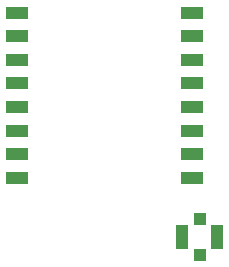
<source format=gtp>
%TF.GenerationSoftware,KiCad,Pcbnew,9.0.5-9.0.5~ubuntu24.04.1*%
%TF.CreationDate,2025-11-05T16:31:41+03:00*%
%TF.ProjectId,Lora-Based pump control circuit,4c6f7261-2d42-4617-9365-642070756d70,1.0*%
%TF.SameCoordinates,Original*%
%TF.FileFunction,Paste,Top*%
%TF.FilePolarity,Positive*%
%FSLAX46Y46*%
G04 Gerber Fmt 4.6, Leading zero omitted, Abs format (unit mm)*
G04 Created by KiCad (PCBNEW 9.0.5-9.0.5~ubuntu24.04.1) date 2025-11-05 16:31:41*
%MOMM*%
%LPD*%
G01*
G04 APERTURE LIST*
%ADD10R,1.950000X1.050000*%
%ADD11R,1.000000X1.000000*%
%ADD12R,1.050000X2.000000*%
G04 APERTURE END LIST*
D10*
%TO.C,U1*%
X151750000Y-91500000D03*
X151750000Y-93500000D03*
X151750000Y-95500000D03*
X151750000Y-97500000D03*
X151750000Y-99500000D03*
X151750000Y-101500000D03*
X151750000Y-103500000D03*
X151750000Y-105500000D03*
X166550000Y-105500000D03*
X166550000Y-103500000D03*
X166550000Y-101500000D03*
X166550000Y-99500000D03*
X166550000Y-97500000D03*
X166550000Y-95500000D03*
X166550000Y-93500000D03*
X166550000Y-91500000D03*
%TD*%
D11*
%TO.C,J4*%
X167225000Y-109000000D03*
D12*
X165750000Y-110500000D03*
D11*
X167225000Y-112000000D03*
D12*
X168700000Y-110500000D03*
%TD*%
M02*

</source>
